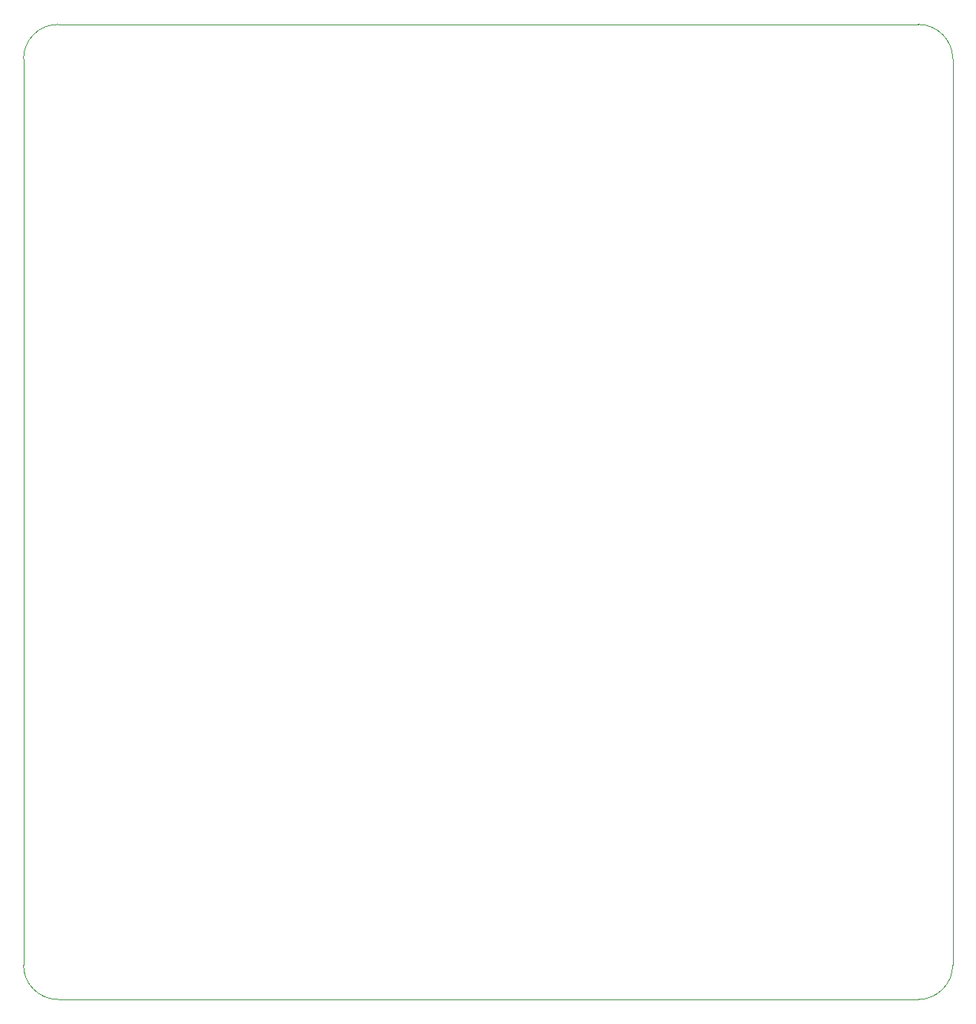
<source format=gm1>
%TF.GenerationSoftware,KiCad,Pcbnew,(5.1.10)-1*%
%TF.CreationDate,2021-11-21T12:30:28+02:00*%
%TF.ProjectId,217243401_Crawler_2021,32313732-3433-4343-9031-5f437261776c,rev?*%
%TF.SameCoordinates,Original*%
%TF.FileFunction,Profile,NP*%
%FSLAX46Y46*%
G04 Gerber Fmt 4.6, Leading zero omitted, Abs format (unit mm)*
G04 Created by KiCad (PCBNEW (5.1.10)-1) date 2021-11-21 12:30:28*
%MOMM*%
%LPD*%
G01*
G04 APERTURE LIST*
%TA.AperFunction,Profile*%
%ADD10C,0.050000*%
%TD*%
G04 APERTURE END LIST*
D10*
X76835000Y-46355000D02*
X171835000Y-46355000D01*
X73025000Y-150165000D02*
X73025000Y-50165000D01*
X171835000Y-153975000D02*
X76835000Y-153975000D01*
X175645000Y-50165000D02*
X175645000Y-150165000D01*
X171835000Y-46355000D02*
G75*
G02*
X175645000Y-50165000I0J-3810000D01*
G01*
X175645000Y-150165000D02*
G75*
G02*
X171835000Y-153975000I-3810000J0D01*
G01*
X76835000Y-153975000D02*
G75*
G02*
X73025000Y-150165000I0J3810000D01*
G01*
X73025000Y-50165000D02*
G75*
G02*
X76835000Y-46355000I3810000J0D01*
G01*
M02*

</source>
